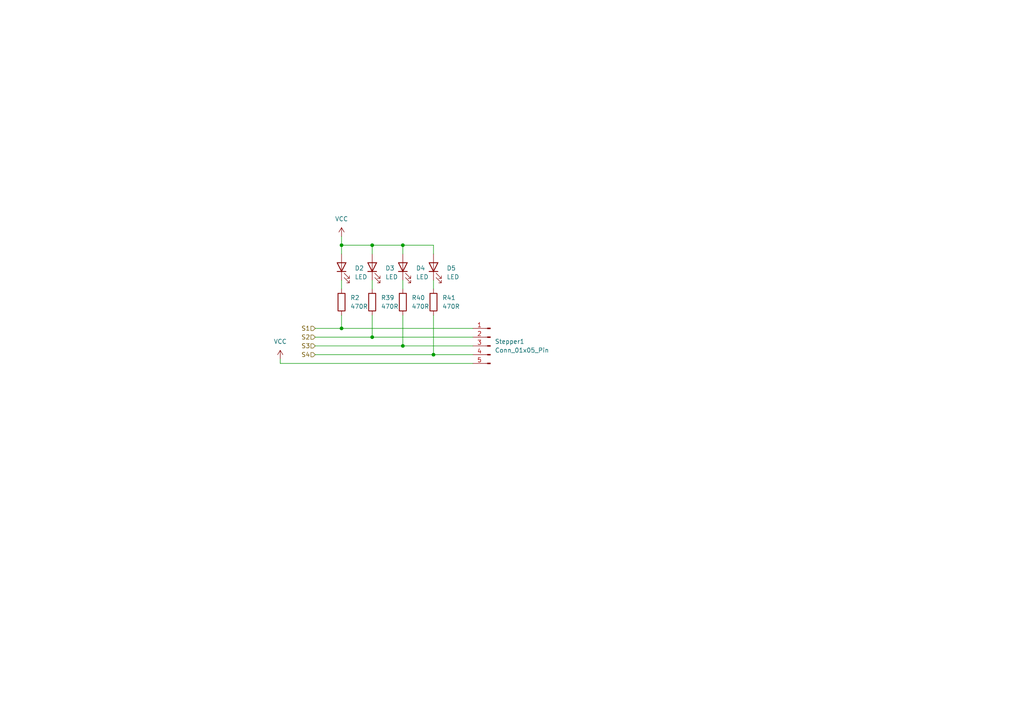
<source format=kicad_sch>
(kicad_sch (version 20230121) (generator eeschema)
  (paper "A4")
  (lib_symbols
    (symbol "Connector:Conn_01x05_Pin" (pin_names (offset 1.016) hide)
      (property "Reference" "J" (at 0 7.62 0))
      (property "Value" "Conn_01x05_Pin" (at 0 -7.62 0))
      (symbol "Conn_01x05_Pin_1_1"
        (polyline (pts (xy 1.27 -5.08) (xy 0.8636 -5.08)) (stroke (width 0.1524)))
        (polyline (pts (xy 1.27 -2.54) (xy 0.8636 -2.54)) (stroke (width 0.1524)))
        (polyline (pts (xy 1.27 0) (xy 0.8636 0)) (stroke (width 0.1524)))
        (polyline (pts (xy 1.27 2.54) (xy 0.8636 2.54)) (stroke (width 0.1524)))
        (polyline (pts (xy 1.27 5.08) (xy 0.8636 5.08)) (stroke (width 0.1524)))
        (rectangle (start 0.8636 -4.953) (end 0 -5.207) (stroke (width 0.1524)) (fill (type outline)))
        (rectangle (start 0.8636 -2.413) (end 0 -2.667) (stroke (width 0.1524)) (fill (type outline)))
        (rectangle (start 0.8636 0.127) (end 0 -0.127) (stroke (width 0.1524)) (fill (type outline)))
        (rectangle (start 0.8636 2.667) (end 0 2.413) (stroke (width 0.1524)) (fill (type outline)))
        (rectangle (start 0.8636 5.207) (end 0 4.953) (stroke (width 0.1524)) (fill (type outline)))
        (pin passive line (at 5.08 5.08 180) (length 3.81) (name "Pin_1") (number "1"))
        (pin passive line (at 5.08 2.54 180) (length 3.81) (name "Pin_2") (number "2"))
        (pin passive line (at 5.08 0 180) (length 3.81) (name "Pin_3") (number "3"))
        (pin passive line (at 5.08 -2.54 180) (length 3.81) (name "Pin_4") (number "4"))
        (pin passive line (at 5.08 -5.08 180) (length 3.81) (name "Pin_5") (number "5"))
      )
    )
    (symbol "Device:LED" (pin_numbers hide) (pin_names (offset 1.016) hide)
      (property "Reference" "D" (at 0 2.54 0))
      (property "Value" "LED" (at 0 -2.54 0))
      (symbol "LED_0_1"
        (polyline (pts (xy -1.27 -1.27) (xy -1.27 1.27)) (stroke (width 0.254)))
        (polyline (pts (xy -1.27 0) (xy 1.27 0)))
        (polyline (pts (xy 1.27 -1.27) (xy 1.27 1.27) (xy -1.27 0) (xy 1.27 -1.27)) (stroke (width 0.254)))
        (polyline (pts (xy -3.048 -0.762) (xy -4.572 -2.286) (xy -3.81 -2.286) (xy -4.572 -2.286) (xy -4.572 -1.524)))
        (polyline (pts (xy -1.778 -0.762) (xy -3.302 -2.286) (xy -2.54 -2.286) (xy -3.302 -2.286) (xy -3.302 -1.524)))
      )
      (symbol "LED_1_1"
        (pin passive line (at -3.81 0 0) (length 2.54) (name "K") (number "1"))
        (pin passive line (at 3.81 0 180) (length 2.54) (name "A") (number "2"))
      )
    )
    (symbol "Device:R" (pin_numbers hide) (pin_names (offset 0))
      (property "Reference" "R" (at 2.032 0 90))
      (property "Value" "R" (at 0 0 90))
      (symbol "R_0_1"
        (rectangle (start -1.016 -2.54) (end 1.016 2.54) (stroke (width 0.254)))
      )
      (symbol "R_1_1"
        (pin passive line (at 0 3.81 270) (length 1.27) (name "~") (number "1"))
        (pin passive line (at 0 -3.81 90) (length 1.27) (name "~") (number "2"))
      )
    )
    (symbol "power:VCC" (power) (pin_names (offset 0))
      (property "Value" "VCC" (at 0 3.81 0))
      (symbol "VCC_0_1"
        (polyline (pts (xy -0.762 1.27) (xy 0 2.54)))
        (polyline (pts (xy 0 0) (xy 0 2.54)))
        (polyline (pts (xy 0 2.54) (xy 0.762 1.27)))
      )
      (symbol "VCC_1_1"
        (pin power_in line (at 0 0 90) (length 0) hide (name "VCC") (number "1"))
      )
    )
  )
  (junction (at 107.95 71.12))
  (junction (at 125.73 102.87))
  (junction (at 107.95 97.79))
  (junction (at 116.84 71.12))
  (junction (at 99.06 71.12))
  (junction (at 116.84 100.33))
  (junction (at 99.06 95.25))
  (wire (pts (xy 99.06 81.28) (xy 99.06 83.82)))
  (wire (pts (xy 107.95 81.28) (xy 107.95 83.82)))
  (wire (pts (xy 99.06 91.44) (xy 99.06 95.25)))
  (wire (pts (xy 91.44 95.25) (xy 99.06 95.25)))
  (wire (pts (xy 116.84 81.28) (xy 116.84 83.82)))
  (wire (pts (xy 91.44 100.33) (xy 116.84 100.33)))
  (wire (pts (xy 116.84 91.44) (xy 116.84 100.33)))
  (wire (pts (xy 107.95 71.12) (xy 107.95 73.66)))
  (wire (pts (xy 107.95 71.12) (xy 116.84 71.12)))
  (wire (pts (xy 99.06 68.58) (xy 99.06 71.12)))
  (wire (pts (xy 81.28 105.41) (xy 137.16 105.41)))
  (wire (pts (xy 116.84 71.12) (xy 116.84 73.66)))
  (wire (pts (xy 91.44 97.79) (xy 107.95 97.79)))
  (wire (pts (xy 125.73 91.44) (xy 125.73 102.87)))
  (wire (pts (xy 81.28 104.14) (xy 81.28 105.41)))
  (wire (pts (xy 91.44 102.87) (xy 125.73 102.87)))
  (wire (pts (xy 99.06 71.12) (xy 107.95 71.12)))
  (wire (pts (xy 125.73 81.28) (xy 125.73 83.82)))
  (wire (pts (xy 107.95 91.44) (xy 107.95 97.79)))
  (wire (pts (xy 99.06 71.12) (xy 99.06 73.66)))
  (wire (pts (xy 99.06 95.25) (xy 137.16 95.25)))
  (wire (pts (xy 116.84 100.33) (xy 137.16 100.33)))
  (wire (pts (xy 125.73 71.12) (xy 125.73 73.66)))
  (wire (pts (xy 107.95 97.79) (xy 137.16 97.79)))
  (wire (pts (xy 116.84 71.12) (xy 125.73 71.12)))
  (wire (pts (xy 125.73 102.87) (xy 137.16 102.87)))
  (hierarchical_label "S2" (shape input) (at 91.44 97.79 180))
  (hierarchical_label "S1" (shape input) (at 91.44 95.25 180))
  (hierarchical_label "S4" (shape input) (at 91.44 102.87 180))
  (hierarchical_label "S3" (shape input) (at 91.44 100.33 180))
  (symbol (lib_id "Device:R") (at 125.73 87.63 0) (unit 1)
    (property "Reference" "R41" (at 128.27 86.36 0) (effects (justify left)))
    (property "Value" "470R" (at 128.27 88.9 0) (effects (justify left)))
    (property "Footprint" "Resistor_SMD:R_0201_0603Metric" (effects hide))
    (instances (project "mobiflight" (path "" (reference "R41") (unit 1)) (path "" (reference "R5") (unit 1)) (path "" (reference "R9") (unit 1)) (path "" (reference "R13") (unit 1)) (path "" (reference "R17") (unit 1)) (path "" (reference "R21") (unit 1)) (path "" (reference "R25") (unit 1)) (path "" (reference "R29") (unit 1)) (path "" (reference "R33") (unit 1)) (path "" (reference "R37") (unit 1))))
  )
  (symbol (lib_id "Device:LED") (at 107.95 77.47 90) (unit 1)
    (property "Reference" "D3" (at 111.76 77.7875 90) (effects (justify right)))
    (property "Value" "LED" (at 111.76 80.3275 90) (effects (justify right)))
    (property "Footprint" "LED_SMD:LED_0201_0603Metric" (effects hide))
    (instances (project "mobiflight" (path "" (reference "D3") (unit 1)) (path "" (reference "D39") (unit 1)) (path "" (reference "D7") (unit 1)) (path "" (reference "D11") (unit 1)) (path "" (reference "D15") (unit 1)) (path "" (reference "D19") (unit 1)) (path "" (reference "D23") (unit 1)) (path "" (reference "D27") (unit 1)) (path "" (reference "D31") (unit 1)) (path "" (reference "D35") (unit 1))))
  )
  (symbol (lib_id "Connector:Conn_01x05_Pin") (at 142.24 100.33 0) (mirror y) (unit 1)
    (property "Reference" "Stepper1" (at 143.51 99.06 0) (effects (justify right)))
    (property "Value" "Conn_01x05_Pin" (at 143.51 101.6 0) (effects (justify right)))
    (property "Footprint" "Connector_JST:JST_XH_B5B-XH-A_1x05_P2.50mm_Vertical" (effects hide))
    (instances (project "mobiflight" (path "" (reference "Stepper1") (unit 1)) (path "" (reference "Stepper2") (unit 1)) (path "" (reference "Stepper3") (unit 1)) (path "" (reference "Stepper4") (unit 1)) (path "" (reference "Stepper5") (unit 1)) (path "" (reference "Stepper6") (unit 1)) (path "" (reference "Stepper7") (unit 1)) (path "" (reference "Stepper8") (unit 1)) (path "" (reference "Stepper9") (unit 1)) (path "" (reference "Stepper10") (unit 1))))
  )
  (symbol (lib_id "Device:R") (at 107.95 87.63 0) (unit 1)
    (property "Reference" "R39" (at 110.49 86.36 0) (effects (justify left)))
    (property "Value" "470R" (at 110.49 88.9 0) (effects (justify left)))
    (property "Footprint" "Resistor_SMD:R_0201_0603Metric" (effects hide))
    (instances (project "mobiflight" (path "" (reference "R39") (unit 1)) (path "" (reference "R3") (unit 1)) (path "" (reference "R7") (unit 1)) (path "" (reference "R11") (unit 1)) (path "" (reference "R15") (unit 1)) (path "" (reference "R19") (unit 1)) (path "" (reference "R23") (unit 1)) (path "" (reference "R27") (unit 1)) (path "" (reference "R31") (unit 1)) (path "" (reference "R35") (unit 1))))
  )
  (symbol (lib_id "Device:LED") (at 99.06 77.47 90) (unit 1)
    (property "Reference" "D2" (at 102.87 77.7875 90) (effects (justify right)))
    (property "Value" "LED" (at 102.87 80.3275 90) (effects (justify right)))
    (property "Footprint" "LED_SMD:LED_0201_0603Metric" (effects hide))
    (instances (project "mobiflight" (path "" (reference "D2") (unit 1)) (path "" (reference "D38") (unit 1)) (path "" (reference "D6") (unit 1)) (path "" (reference "D10") (unit 1)) (path "" (reference "D14") (unit 1)) (path "" (reference "D18") (unit 1)) (path "" (reference "D22") (unit 1)) (path "" (reference "D26") (unit 1)) (path "" (reference "D30") (unit 1)) (path "" (reference "D34") (unit 1))))
  )
  (symbol (lib_id "power:VCC") (at 81.28 104.14 0) (unit 1)
    (property "Reference" "#PWR020" (effects hide))
    (property "Value" "VCC" (at 81.28 99.06 0))
    (instances (project "mobiflight" (path "" (reference "#PWR020") (unit 1)) (path "" (reference "#PWR038") (unit 1)) (path "" (reference "#PWR022") (unit 1)) (path "" (reference "#PWR024") (unit 1)) (path "" (reference "#PWR026") (unit 1)) (path "" (reference "#PWR028") (unit 1)) (path "" (reference "#PWR030") (unit 1)) (path "" (reference "#PWR032") (unit 1)) (path "" (reference "#PWR034") (unit 1)) (path "" (reference "#PWR036") (unit 1))))
  )
  (symbol (lib_id "Device:R") (at 99.06 87.63 0) (unit 1)
    (property "Reference" "R2" (at 101.6 86.36 0) (effects (justify left)))
    (property "Value" "470R" (at 101.6 88.9 0) (effects (justify left)))
    (property "Footprint" "Resistor_SMD:R_0201_0603Metric" (effects hide))
    (instances (project "mobiflight" (path "" (reference "R2") (unit 1)) (path "" (reference "R38") (unit 1)) (path "" (reference "R6") (unit 1)) (path "" (reference "R10") (unit 1)) (path "" (reference "R14") (unit 1)) (path "" (reference "R18") (unit 1)) (path "" (reference "R22") (unit 1)) (path "" (reference "R26") (unit 1)) (path "" (reference "R30") (unit 1)) (path "" (reference "R34") (unit 1))))
  )
  (symbol (lib_id "Device:R") (at 116.84 87.63 0) (unit 1)
    (property "Reference" "R40" (at 119.38 86.36 0) (effects (justify left)))
    (property "Value" "470R" (at 119.38 88.9 0) (effects (justify left)))
    (property "Footprint" "Resistor_SMD:R_0201_0603Metric" (effects hide))
    (instances (project "mobiflight" (path "" (reference "R40") (unit 1)) (path "" (reference "R4") (unit 1)) (path "" (reference "R8") (unit 1)) (path "" (reference "R12") (unit 1)) (path "" (reference "R16") (unit 1)) (path "" (reference "R20") (unit 1)) (path "" (reference "R24") (unit 1)) (path "" (reference "R28") (unit 1)) (path "" (reference "R32") (unit 1)) (path "" (reference "R36") (unit 1))))
  )
  (symbol (lib_id "Device:LED") (at 125.73 77.47 90) (unit 1)
    (property "Reference" "D5" (at 129.54 77.7875 90) (effects (justify right)))
    (property "Value" "LED" (at 129.54 80.3275 90) (effects (justify right)))
    (property "Footprint" "LED_SMD:LED_0201_0603Metric" (effects hide))
    (instances (project "mobiflight" (path "" (reference "D5") (unit 1)) (path "" (reference "D41") (unit 1)) (path "" (reference "D9") (unit 1)) (path "" (reference "D13") (unit 1)) (path "" (reference "D17") (unit 1)) (path "" (reference "D21") (unit 1)) (path "" (reference "D25") (unit 1)) (path "" (reference "D29") (unit 1)) (path "" (reference "D33") (unit 1)) (path "" (reference "D37") (unit 1))))
  )
  (symbol (lib_id "power:VCC") (at 99.06 68.58 0) (unit 1)
    (property "Reference" "#PWR021" (effects hide))
    (property "Value" "VCC" (at 99.06 63.5 0))
    (instances (project "mobiflight" (path "" (reference "#PWR021") (unit 1)) (path "" (reference "#PWR039") (unit 1)) (path "" (reference "#PWR023") (unit 1)) (path "" (reference "#PWR025") (unit 1)) (path "" (reference "#PWR027") (unit 1)) (path "" (reference "#PWR029") (unit 1)) (path "" (reference "#PWR031") (unit 1)) (path "" (reference "#PWR033") (unit 1)) (path "" (reference "#PWR035") (unit 1)) (path "" (reference "#PWR037") (unit 1))))
  )
  (symbol (lib_id "Device:LED") (at 116.84 77.47 90) (unit 1)
    (property "Reference" "D4" (at 120.65 77.7875 90) (effects (justify right)))
    (property "Value" "LED" (at 120.65 80.3275 90) (effects (justify right)))
    (property "Footprint" "LED_SMD:LED_0201_0603Metric" (effects hide))
    (instances (project "mobiflight" (path "" (reference "D4") (unit 1)) (path "" (reference "D40") (unit 1)) (path "" (reference "D8") (unit 1)) (path "" (reference "D12") (unit 1)) (path "" (reference "D16") (unit 1)) (path "" (reference "D20") (unit 1)) (path "" (reference "D24") (unit 1)) (path "" (reference "D28") (unit 1)) (path "" (reference "D32") (unit 1)) (path "" (reference "D36") (unit 1))))
  )
)
</source>
